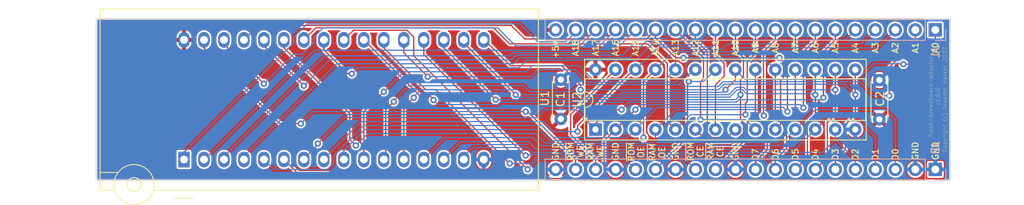
<source format=kicad_pcb>
(kicad_pcb (version 20211014) (generator pcbnew)
  (layers (0 "F.Cu" signal "Copper (Front)") (31 "B.Cu" signal "Copper (Back)") (36 "B.SilkS" user "Silkscreen (Back)") (37 "F.SilkS" user "Silkscreen (Front)") (38 "B.Mask" user "Mask (Back)") (39 "F.Mask" user "Mask (Front)") (44 "Edge.Cuts" user))
  (net 0 "")
  (net 1 "+5V")
  (net 2 "GND")
  (net 3 "/A18")
  (net 4 "/D3")
  (net 5 "/A16")
  (net 6 "/D4")
  (net 7 "/A15")
  (net 8 "/D5")
  (net 9 "/A12")
  (net 10 "/D6")
  (net 11 "/A7")
  (net 12 "/D7")
  (net 13 "/A6")
  (net 14 "/~{ROMCE}")
  (net 15 "/A5")
  (net 16 "/A10")
  (net 17 "/A4")
  (net 18 "/~{ROMOE}")
  (net 19 "/A3")
  (net 20 "/A11")
  (net 21 "/A2")
  (net 22 "/A9")
  (net 23 "/A1")
  (net 24 "/A8")
  (net 25 "/A0")
  (net 26 "/A13")
  (net 27 "/D0")
  (net 28 "/A14")
  (net 29 "/D1")
  (net 30 "/A17")
  (net 31 "/D2")
  (net 32 "/~{ROMWE}")
  (net 33 "/~{RAMCE}")
  (net 34 "/~{RAMOE}")
  (net 35 "/~{RAMWE}")
  (footprint "Capacitor_THT:C_Disc_D4.3mm_W1.9mm_P5.00mm" (layer "F.Cu") (at 163.068 60.92 90)
    (fp_text reference "C2")
    (fp_text value "C")
  )
  (footprint "Socket:DIP_Socket-32_W11.9_W12.7_W15.24_W17.78_W18.5_3M_232-1285-00-0602J" (layer "F.Cu") (at 74.685 66.04 90)
    (fp_text reference "U1")
    (fp_text value "SST39SF040")
  )
  (footprint "Capacitor_THT:C_Disc_D4.3mm_W1.9mm_P5.00mm" (layer "F.Cu") (at 122.5804 60.8692 90)
    (fp_text reference "C1")
    (fp_text value "C")
  )
  (footprint "Package_DIP:DIP-28_W7.62mm_Socket" (layer "F.Cu") (at 126.985 62.22 90)
    (fp_text reference "U2")
    (fp_text value "CY7C199")
  )
  (footprint "Connector_PinHeader_2.54mm:PinHeader_1x20_P2.54mm_Vertical" (layer "B.Cu") (at 170.175 67.31 90)
    (fp_text reference "J2")
    (fp_text value "Conn_01x20")
  )
  (footprint "Connector_PinHeader_2.54mm:PinHeader_1x20_P2.54mm_Vertical" (layer "B.Cu") (at 170.175 49.53 90)
    (fp_text reference "J1")
    (fp_text value "Conn_01x20")
  )
  (gr_line (start 63.5254 68.7324) (end 63.5254 48.0822) (layer "Edge.Cuts") (width 0.1))
  (gr_line (start 172.085 68.7324) (end 63.5254 68.7324) (layer "Edge.Cuts") (width 0.1))
  (gr_line (start 172.085 48.0822) (end 172.085 68.7324) (layer "Edge.Cuts") (width 0.1))
  (gr_line (start 172.085 48.0822) (end 63.5254 48.0822) (layer "Edge.Cuts") (width 0.1))
  (gr_text "A13" (at 137.16 51.816 90) (layer "F.SilkS") (effects (font (size 0.762 0.762) (thickness 0.127))))
  (gr_text "~{RAM}\nCE" (at 142.24 65.024 90) (layer "F.SilkS") (effects (font (size 0.762 0.762) (thickness 0.127))))
  (gr_text "D7\n" (at 147.32 65.405 90) (layer "F.SilkS") (effects (font (size 0.762 0.762) (thickness 0.127))))
  (gr_text "A2" (at 165.1 51.816 90) (layer "F.SilkS") (effects (font (size 0.762 0.762) (thickness 0.127))))
  (gr_text "~{ROM}\nCE" (at 139.7 65.024 90) (layer "F.SilkS") (effects (font (size 0.762 0.762) (thickness 0.127))))
  (gr_text "~{ROM}\nOE" (at 132.1562 65.0748 90) (layer "F.SilkS") (effects (font (size 0.762 0.762) (thickness 0.127))))
  (gr_text "D1\n" (at 162.56 65.405 90) (layer "F.SilkS") (effects (font (size 0.762 0.762) (thickness 0.127))))
  (gr_text "+5V" (at 121.92 52.0192 90) (layer "F.SilkS") (effects (font (size 0.762 0.762) (thickness 0.127))))
  (gr_text "D5" (at 152.4 65.405 90) (layer "F.SilkS") (effects (font (size 0.762 0.762) (thickness 0.127))))
  (gr_text "A0" (at 170.18 51.816 90) (layer "F.SilkS") (effects (font (size 0.762 0.762) (thickness 0.127))))
  (gr_text "A3" (at 162.56 51.816 90) (layer "F.SilkS") (effects (font (size 0.762 0.762) (thickness 0.127))))
  (gr_text "A1\n" (at 167.64 51.816 90) (layer "F.SilkS") (effects (font (size 0.762 0.762) (thickness 0.127))))
  (gr_text "A10\n" (at 144.78 51.816 90) (layer "F.SilkS") (effects (font (size 0.762 0.762) (thickness 0.127))))
  (gr_text "D3\n" (at 157.48 65.405 90) (layer "F.SilkS") (effects (font (size 0.762 0.762) (thickness 0.127))))
  (gr_text "GND" (at 121.92 65.024 90) (layer "F.SilkS") (effects (font (size 0.762 0.762) (thickness 0.127))))
  (gr_text "A8" (at 149.86 51.816 90) (layer "F.SilkS") (effects (font (size 0.762 0.762) (thickness 0.127))))
  (gr_text "D4\n" (at 154.94 65.405 90) (layer "F.SilkS") (effects (font (size 0.762 0.762) (thickness 0.127))))
  (gr_text "A15" (at 132.08 51.816 90) (layer "F.SilkS") (effects (font (size 0.762 0.762) (thickness 0.127))))
  (gr_text "~{RAM}\nOE" (at 134.8232 65.1256 90) (layer "F.SilkS") (effects (font (size 0.762 0.762) (thickness 0.127))))
  (gr_text "A11" (at 142.24 51.816 90) (layer "F.SilkS") (effects (font (size 0.762 0.762) (thickness 0.127))))
  (gr_text "A9\n" (at 147.32 51.816 90) (layer "F.SilkS") (effects (font (size 0.762 0.762) (thickness 0.127))))
  (gr_text "Copyright (c) Graeme Harker 2022" (at 171.3738 58.42 90) (layer "F.SilkS") (effects (font (size 0.508 0.508) (thickness 0.0254))))
  (gr_text "flash-breadboard-adaptor\n" (at 169.5958 58.0136 90) (layer "F.SilkS") (effects (font (size 0.508 0.508) (thickness 0.0254))))
  (gr_text "A5" (at 157.48 51.816 90) (layer "F.SilkS") (effects (font (size 0.762 0.762) (thickness 0.127))))
  (gr_text "D6\n" (at 149.86 65.405 90) (layer "F.SilkS") (effects (font (size 0.762 0.762) (thickness 0.127))))
  (gr_text "~{RAM}\nWE" (at 127 65.024 90) (layer "F.SilkS") (effects (font (size 0.762 0.762) (thickness 0.127))))
  (gr_text "A16" (at 129.54 51.816 90) (layer "F.SilkS") (effects (font (size 0.762 0.762) (thickness 0.127))))
  (gr_text "A4" (at 160.02 51.816 90) (layer "F.SilkS") (effects (font (size 0.762 0.762) (thickness 0.127))))
  (gr_text "A14" (at 134.62 51.816 90) (layer "F.SilkS") (effects (font (size 0.762 0.762) (thickness 0.127))))
  (gr_text "A18" (at 124.46 51.816 90) (layer "F.SilkS") (effects (font (size 0.762 0.762) (thickness 0.127))))
  (gr_text "GND" (at 144.78 65.024 90) (layer "F.SilkS") (effects (font (size 0.762 0.762) (thickness 0.127))))
  (gr_text "GND" (at 129.54 65.024 90) (layer "F.SilkS") (effects (font (size 0.762 0.762) (thickness 0.127))))
  (gr_text "D0\n" (at 165.1 65.405 90) (layer "F.SilkS") (effects (font (size 0.762 0.762) (thickness 0.127))))
  (gr_text "GND" (at 167.64 64.9478 90) (layer "F.SilkS") (effects (font (size 0.762 0.762) (thickness 0.127))))
  (gr_text "GND" (at 137.16 65.024 90) (layer "F.SilkS") (effects (font (size 0.762 0.762) (thickness 0.127))))
  (gr_text "A12" (at 139.7 51.816 90) (layer "F.SilkS") (effects (font (size 0.762 0.762) (thickness 0.127))))
  (gr_text "D2\n" (at 160.02 65.405 90) (layer "F.SilkS") (effects (font (size 0.762 0.762) (thickness 0.127))))
  (gr_text "A6" (at 154.94 51.816 90) (layer "F.SilkS") (effects (font (size 0.762 0.762) (thickness 0.127))))
  (gr_text "A7" (at 152.4 51.816 90) (layer "F.SilkS") (effects (font (size 0.762 0.762) (thickness 0.127))))
  (gr_text "~{ROM}\nWE" (at 124.46 65.024 90) (layer "F.SilkS") (effects (font (size 0.762 0.762) (thickness 0.127))))
  (gr_text "A17" (at 127 51.816 90) (layer "F.SilkS") (effects (font (size 0.762 0.762) (thickness 0.127))))
  (gr_text "GND" (at 170.2054 64.9478 90) (layer "F.SilkS") (effects (font (size 0.762 0.762) (thickness 0.127))))
  (gr_text "v1.0.0" (at 170.4848 58.0136 90) (layer "F.SilkS") (effects (font (size 0.508 0.508) (thickness 0.0254))))
  (segment (start 88.646 51.159844) (end 88.646 50.458156) (width 0.1524) (layer "B.Cu") (net 3))
  (segment (start 74.685 65.015) (end 74.685 65.9475) (width 0.1524) (layer "B.Cu") (net 3))
  (segment (start 119.634 51.054) (end 123.19 51.054) (width 0.1524) (layer "B.Cu") (net 3))
  (segment (start 74.685 65.120844) (end 88.646 51.159844) (width 0.1524) (layer "B.Cu") (net 3))
  (segment (start 123.19 51.054) (end 124.455 49.789) (width 0.1524) (layer "B.Cu") (net 3))
  (segment (start 90.336156 48.768) (end 117.348 48.768) (width 0.1524) (layer "B.Cu") (net 3))
  (segment (start 74.685 66.04) (end 74.685 65.120844) (width 0.1524) (layer "B.Cu") (net 3))
  (segment (start 88.646 50.458156) (end 90.336156 48.768) (width 0.1524) (layer "B.Cu") (net 3))
  (segment (start 124.455 49.789) (end 124.455 49.7837) (width 0.1524) (layer "B.Cu") (net 3))
  (segment (start 117.348 48.768) (end 119.634 51.054) (width 0.1524) (layer "B.Cu") (net 3))
  (segment (start 158.75 64.77) (end 157.475 66.045) (width 0.1524) (layer "F.Cu") (net 4))
  (segment (start 116.1795 54.102) (end 112.785 50.7075) (width 0.1524) (layer "F.Cu") (net 4))
  (segment (start 122.682 54.102) (end 116.1795 54.102) (width 0.1524) (layer "F.Cu") (net 4))
  (segment (start 125.095 56.515) (end 122.682 54.102) (width 0.1524) (layer "F.Cu") (net 4))
  (segment (start 125.095 57.15) (end 125.095 56.515) (width 0.1524) (layer "F.Cu") (net 4))
  (segment (start 158.75 61.595) (end 158.75 64.77) (width 0.1524) (layer "F.Cu") (net 4))
  (segment (start 160.02 60.325) (end 158.75 61.595) (width 0.1524) (layer "F.Cu") (net 4))
  (segment (start 157.475 66.045) (end 157.475 67.31) (width 0.1524) (layer "F.Cu") (net 4))
  (segment (start 160.02 57.785) (end 160.02 60.325) (width 0.1524) (layer "F.Cu") (net 4))
  (segment (start 160.02 57.785) (end 160.005 57.77) (width 0.1524) (layer "F.Cu") (net 4))
  (segment (start 160.005 57.77) (end 160.005 54.6) (width 0.1524) (layer "F.Cu") (net 4))
  (via (at 125.095 57.15) (size 0.8) (drill 0.4) (layers "F.Cu" "B.Cu") (net 4))
  (via (at 160.02 57.785) (size 0.8) (drill 0.4) (layers "F.Cu" "B.Cu") (net 4))
  (segment (start 142.621716 57.15) (end 143.332923 56.438793) (width 0.1524) (layer "B.Cu") (net 4))
  (segment (start 125.095 57.15) (end 142.621716 57.15) (width 0.1524) (layer "B.Cu") (net 4))
  (segment (start 143.332923 56.438793) (end 158.673793 56.438793) (width 0.1524) (layer "B.Cu") (net 4))
  (segment (start 158.673793 56.438793) (end 160.02 57.785) (width 0.1524) (layer "B.Cu") (net 4))
  (segment (start 91.23632 52.12032) (end 126.94468 52.12032) (width 0.1524) (layer "B.Cu") (net 5))
  (segment (start 77.225 66.04) (end 77.31664 66.04) (width 0.1524) (layer "B.Cu") (net 5))
  (segment (start 77.31664 66.04) (end 91.23632 52.12032) (width 0.1524) (layer "B.Cu") (net 5))
  (segment (start 126.94468 52.12032) (end 129.535 49.53) (width 0.1524) (layer "B.Cu") (net 5))
  (segment (start 157.465 57.165) (end 157.465 60.31) (width 0.1524) (layer "F.Cu") (net 6))
  (segment (start 157.465 60.31) (end 157.48 60.325) (width 0.1524) (layer "F.Cu") (net 6))
  (segment (start 156.436889 61.368111) (end 156.436889 62.645859) (width 0.1524) (layer "F.Cu") (net 6))
  (segment (start 156.464 62.67297) (end 156.464 65.781) (width 0.1524) (layer "F.Cu") (net 6))
  (segment (start 157.48 60.325) (end 156.436889 61.368111) (width 0.1524) (layer "F.Cu") (net 6))
  (segment (start 110.245 51.19) (end 110.245 50.7075) (width 0.1524) (layer "F.Cu") (net 6))
  (segment (start 157.465 54.6) (end 157.465 57.165) (width 0.1524) (layer "F.Cu") (net 6))
  (segment (start 156.436889 62.645859) (end 156.464 62.67297) (width 0.1524) (layer "F.Cu") (net 6))
  (segment (start 116.84 57.785) (end 110.245 51.19) (width 0.1524) (layer "F.Cu") (net 6))
  (segment (start 156.464 65.781) (end 154.935 67.31) (width 0.1524) (layer "F.Cu") (net 6))
  (via (at 116.84 57.785) (size 0.8) (drill 0.4) (layers "F.Cu" "B.Cu") (net 6))
  (via (at 157.465 57.165) (size 0.8) (drill 0.4) (layers "F.Cu" "B.Cu") (net 6))
  (segment (start 144.862245 56.852569) (end 145.801227 56.852569) (width 0.1524) (layer "B.Cu") (net 6))
  (segment (start 130.379627 57.785) (end 143.929812 57.785) (width 0.1524) (layer "B.Cu") (net 6))
  (segment (start 157.45 57.15) (end 157.465 57.165) (width 0.1524) (layer "B.Cu") (net 6))
  (segment (start 116.84 57.785) (end 117.17068 58.11568) (width 0.1524) (layer "B.Cu") (net 6))
  (segment (start 143.929812 57.785) (end 144.862245 56.852569) (width 0.1524) (layer "B.Cu") (net 6))
  (segment (start 117.17068 58.11568) (end 130.048946 58.11568) (width 0.1524) (layer "B.Cu") (net 6))
  (segment (start 146.098658 57.15) (end 157.45 57.15) (width 0.1524) (layer "B.Cu") (net 6))
  (segment (start 130.048946 58.11568) (end 130.379627 57.785) (width 0.1524) (layer "B.Cu") (net 6))
  (segment (start 145.801227 56.852569) (end 146.098658 57.15) (width 0.1524) (layer "B.Cu") (net 6))
  (segment (start 129.18036 52.42464) (end 132.075 49.53) (width 0.1524) (layer "B.Cu") (net 7))
  (segment (start 79.765 65.9475) (end 79.765 65.65) (width 0.1524) (layer "B.Cu") (net 7))
  (segment (start 116.078 52.832) (end 116.48536 52.42464) (width 0.1524) (layer "B.Cu") (net 7))
  (segment (start 92.583 52.832) (end 116.078 52.832) (width 0.1524) (layer "B.Cu") (net 7))
  (segment (start 116.48536 52.42464) (end 129.18036 52.42464) (width 0.1524) (layer "B.Cu") (net 7))
  (segment (start 79.765 65.65) (end 92.583 52.832) (width 0.1524) (layer "B.Cu") (net 7))
  (segment (start 154.94 59.69) (end 154.94 60.325) (width 0.1524) (layer "F.Cu") (net 8))
  (segment (start 153.924 65.781) (end 152.395 67.31) (width 0.1524) (layer "F.Cu") (net 8))
  (segment (start 153.896889 62.645859) (end 153.924 62.67297) (width 0.1524) (layer "F.Cu") (net 8))
  (segment (start 153.924 62.67297) (end 153.924 65.781) (width 0.1524) (layer "F.Cu") (net 8))
  (segment (start 154.94 60.325) (end 153.896889 61.368111) (width 0.1524) (layer "F.Cu") (net 8))
  (segment (start 154.925 59.675) (end 154.94 59.69) (width 0.1524) (layer "F.Cu") (net 8))
  (segment (start 107.705 51.825) (end 107.705 50.7075) (width 0.1524) (layer "F.Cu") (net 8))
  (segment (start 154.925 57.8) (end 154.925 59.675) (width 0.1524) (layer "F.Cu") (net 8))
  (segment (start 114.3 58.42) (end 107.705 51.825) (width 0.1524) (layer "F.Cu") (net 8))
  (segment (start 154.925 54.6) (end 154.925 57.8) (width 0.1524) (layer "F.Cu") (net 8))
  (segment (start 153.896889 61.368111) (end 153.896889 62.645859) (width 0.1524) (layer "F.Cu") (net 8))
  (via (at 114.3 58.42) (size 0.8) (drill 0.4) (layers "F.Cu" "B.Cu") (net 8))
  (via (at 154.925 57.8) (size 0.8) (drill 0.4) (layers "F.Cu" "B.Cu") (net 8))
  (segment (start 114.3 58.42) (end 130.175 58.42) (width 0.1524) (layer "B.Cu") (net 8))
  (segment (start 144.988298 57.156889) (end 145.675173 57.156889) (width 0.1524) (layer "B.Cu") (net 8))
  (segment (start 145.675173 57.156889) (end 146.176284 57.658) (width 0.1524) (layer "B.Cu") (net 8))
  (segment (start 130.175 58.42) (end 130.50568 58.08932) (width 0.1524) (layer "B.Cu") (net 8))
  (segment (start 146.176284 57.658) (end 154.783 57.658) (width 0.1524) (layer "B.Cu") (net 8))
  (segment (start 144.055867 58.08932) (end 144.988298 57.156889) (width 0.1524) (layer "B.Cu") (net 8))
  (segment (start 130.50568 58.08932) (end 144.055867 58.08932) (width 0.1524) (layer "B.Cu") (net 8))
  (segment (start 154.783 57.658) (end 154.925 57.8) (width 0.1524) (layer "B.Cu") (net 8))
  (segment (start 141.799141 63.248111) (end 141.196889 62.645859) (width 0.1524) (layer "F.Cu") (net 9))
  (segment (start 141.196889 52.296889) (end 139.695 50.795) (width 0.1524) (layer "F.Cu") (net 9))
  (segment (start 139.695 50.795) (end 139.695 49.53) (width 0.1524) (layer "F.Cu") (net 9))
  (segment (start 144.765 62.22) (end 143.736889 63.248111) (width 0.1524) (layer "F.Cu") (net 9))
  (segment (start 141.196889 62.645859) (end 141.196889 52.296889) (width 0.1524) (layer "F.Cu") (net 9))
  (segment (start 143.736889 63.248111) (end 141.799141 63.248111) (width 0.1524) (layer "F.Cu") (net 9))
  (segment (start 82.305 65.65) (end 94.107 53.848) (width 0.1524) (layer "B.Cu") (net 9))
  (segment (start 82.305 65.9475) (end 82.305 65.65) (width 0.1524) (layer "B.Cu") (net 9))
  (segment (start 94.107 53.848) (end 116.586 53.848) (width 0.1524) (layer "B.Cu") (net 9))
  (segment (start 117.348 53.086) (end 131.318 53.086) (width 0.1524) (layer "B.Cu") (net 9))
  (segment (start 131.318 53.086) (end 133.40032 51.00368) (width 0.1524) (layer "B.Cu") (net 9))
  (segment (start 133.40032 51.00368) (end 138.22132 51.00368) (width 0.1524) (layer "B.Cu") (net 9))
  (segment (start 138.22132 51.00368) (end 139.695 49.53) (width 0.1524) (layer "B.Cu") (net 9))
  (segment (start 116.586 53.848) (end 117.348 53.086) (width 0.1524) (layer "B.Cu") (net 9))
  (segment (start 149.855 66.045) (end 149.855 67.31) (width 0.1524) (layer "F.Cu") (net 10))
  (segment (start 152.4 60.325) (end 151.260489 61.464511) (width 0.1524) (layer "F.Cu") (net 10))
  (segment (start 118.032374 65.532) (end 105.165 52.664626) (width 0.1524) (layer "F.Cu") (net 10))
  (segment (start 151.260489 64.639511) (end 149.855 66.045) (width 0.1524) (layer "F.Cu") (net 10))
  (segment (start 152.385 54.6) (end 152.385 60.31) (width 0.1524) (layer "F.Cu") (net 10))
  (segment (start 152.385 60.31) (end 152.4 60.325) (width 0.1524) (layer "F.Cu") (net 10))
  (segment (start 105.165 52.664626) (end 105.165 50.7075) (width 0.1524) (layer "F.Cu") (net 10))
  (segment (start 118.11 65.532) (end 118.032374 65.532) (width 0.1524) (layer "F.Cu") (net 10))
  (segment (start 151.260489 61.464511) (end 151.260489 64.639511) (width 0.1524) (layer "F.Cu") (net 10))
  (via (at 118.11 65.532) (size 0.8) (drill 0.4) (layers "F.Cu" "B.Cu") (net 10))
  (segment (start 149.855 67.051) (end 149.855 67.31) (width 0.1524) (layer "B.Cu") (net 10))
  (segment (start 118.11 65.532) (end 118.21064 65.43136) (width 0.1524) (layer "B.Cu") (net 10))
  (segment (start 118.21064 65.43136) (end 148.23536 65.43136) (width 0.1524) (layer "B.Cu") (net 10))
  (segment (start 148.23536 65.43136) (end 149.855 67.051) (width 0.1524) (layer "B.Cu") (net 10))
  (segment (start 152.395 52.837) (end 152.395 49.53) (width 0.1524) (layer "F.Cu") (net 11))
  (segment (start 151.384 56.896) (end 151.356889 56.868889) (width 0.1524) (layer "F.Cu") (net 11))
  (segment (start 151.356889 53.875111) (end 152.395 52.837) (width 0.1524) (layer "F.Cu") (net 11))
  (segment (start 151.356889 56.868889) (end 151.356889 53.875111) (width 0.1524) (layer "F.Cu") (net 11))
  (segment (start 151.384 59.944) (end 151.384 56.896) (width 0.1524) (layer "F.Cu") (net 11))
  (via (at 151.384 59.944) (size 0.8) (drill 0.4) (layers "F.Cu" "B.Cu") (net 11))
  (segment (start 134.89932 59.38568) (end 132.065 62.22) (width 0.1524) (layer "B.Cu") (net 11))
  (segment (start 150.82568 59.38568) (end 134.89932 59.38568) (width 0.1524) (layer "B.Cu") (net 11))
  (segment (start 93.726 66.548) (end 92.964 67.31) (width 0.1524) (layer "B.Cu") (net 11))
  (segment (start 97.536 61.722) (end 93.726 65.532) (width 0.1524) (layer "B.Cu") (net 11))
  (segment (start 151.384 59.944) (end 150.82568 59.38568) (width 0.1524) (layer "B.Cu") (net 11))
  (segment (start 86.115 67.31) (end 84.845 66.04) (width 0.1524) (layer "B.Cu") (net 11))
  (segment (start 120.180813 61.722) (end 97.536 61.722) (width 0.1524) (layer "B.Cu") (net 11))
  (segment (start 93.726 65.532) (end 93.726 66.548) (width 0.1524) (layer "B.Cu") (net 11))
  (segment (start 131.036889 63.248111) (end 121.706924 63.248111) (width 0.1524) (layer "B.Cu") (net 11))
  (segment (start 92.964 67.31) (end 86.115 67.31) (width 0.1524) (layer "B.Cu") (net 11))
  (segment (start 121.706924 63.248111) (end 120.180813 61.722) (width 0.1524) (layer "B.Cu") (net 11))
  (segment (start 132.065 62.22) (end 131.036889 63.248111) (width 0.1524) (layer "B.Cu") (net 11))
  (segment (start 147.32 66.294) (end 147.32 66.889991) (width 0.1524) (layer "F.Cu") (net 12))
  (segment (start 148.816889 61.368111) (end 148.816889 64.797111) (width 0.1524) (layer "F.Cu") (net 12))
  (segment (start 147.32 67.305) (end 147.315 67.31) (width 0.1524) (layer "F.Cu") (net 12))
  (segment (start 102.625 52.46) (end 102.625 50.7075) (width 0.1524) (layer "F.Cu") (net 12))
  (segment (start 148.816889 64.797111) (end 147.32 66.294) (width 0.1524) (layer "F.Cu") (net 12))
  (segment (start 105.660916 55.495184) (end 105.660184 55.495184) (width 0.1524) (layer "F.Cu") (net 12))
  (segment (start 149.845 54.6) (end 149.845 60.31) (width 0.1524) (layer "F.Cu") (net 12))
  (segment (start 147.32 66.294) (end 147.32 67.305) (width 0.1524) (layer "F.Cu") (net 12))
  (segment (start 105.660184 55.495184) (end 102.625 52.46) (width 0.1524) (layer "F.Cu") (net 12))
  (segment (start 147.32 66.889991) (end 147.315 66.889991) (width 0.1524) (layer "F.Cu") (net 12))
  (segment (start 149.845 60.31) (end 149.86 60.325) (width 0.1524) (layer "F.Cu") (net 12))
  (segment (start 149.86 60.325) (end 148.816889 61.368111) (width 0.1524) (layer "F.Cu") (net 12))
  (via (at 105.660916 55.495184) (size 0.8) (drill 0.4) (layers "F.Cu" "B.Cu") (net 12))
  (segment (start 126.03432 56.18432) (end 137.18636 56.18432) (width 0.1524) (layer "B.Cu") (net 12))
  (segment (start 118.748816 55.495184) (end 119.634 54.61) (width 0.1524) (layer "B.Cu") (net 12))
  (segment (start 138.43 53.975) (end 138.913626 53.491374) (width 0.1524) (layer "B.Cu") (net 12))
  (segment (start 124.46 54.61) (end 126.03432 56.18432) (width 0.1524) (layer "B.Cu") (net 12))
  (segment (start 105.660916 55.495184) (end 118.748816 55.495184) (width 0.1524) (layer "B.Cu") (net 12))
  (segment (start 138.43 54.94068) (end 138.43 53.975) (width 0.1524) (layer "B.Cu") (net 12))
  (segment (start 148.736374 53.491374) (end 149.845 54.6) (width 0.1524) (layer "B.Cu") (net 12))
  (segment (start 119.634 54.61) (end 124.46 54.61) (width 0.1524) (layer "B.Cu") (net 12))
  (segment (start 138.913626 53.491374) (end 148.736374 53.491374) (width 0.1524) (layer "B.Cu") (net 12))
  (segment (start 137.18636 56.18432) (end 138.43 54.94068) (width 0.1524) (layer "B.Cu") (net 12))
  (segment (start 154.935 50.795) (end 154.935 49.53) (width 0.1524) (layer "F.Cu") (net 13))
  (segment (start 153.416 59.436) (end 153.416 52.324) (width 0.1524) (layer "F.Cu") (net 13))
  (segment (start 89.163 67.818) (end 87.385 66.04) (width 0.1524) (layer "F.Cu") (net 13))
  (segment (start 128.073111 63.671889) (end 128.073111 67.756569) (width 0.1524) (layer "F.Cu") (net 13))
  (segment (start 129.525 62.22) (end 128.073111 63.671889) (width 0.1524) (layer "F.Cu") (net 13))
  (segment (start 128.073111 67.756569) (end 127.365369 68.464311) (width 0.1524) (layer "F.Cu") (net 13))
  (segment (start 116.978311 68.464311) (end 116.332 67.818) (width 0.1524) (layer "F.Cu") (net 13))
  (segment (start 154.94 50.8) (end 154.935 50.795) (width 0.1524) (layer "F.Cu") (net 13))
  (segment (start 129.525 62.22) (end 132.055 59.69) (width 0.1524) (layer "F.Cu") (net 13))
  (segment (start 116.332 67.818) (end 89.163 67.818) (width 0.1524) (layer "F.Cu") (net 13))
  (segment (start 153.416 52.324) (end 154.94 50.8) (width 0.1524) (layer "F.Cu") (net 13))
  (segment (start 127.365369 68.464311) (end 116.978311 68.464311) (width 0.1524) (layer "F.Cu") (net 13))
  (via (at 132.055 59.69) (size 0.8) (drill 0.4) (layers "F.Cu" "B.Cu") (net 13))
  (via (at 153.416 59.436) (size 0.8) (drill 0.4) (layers "F.Cu" "B.Cu") (net 13))
  (segment (start 132.69 59.055) (end 132.055 59.69) (width 0.1524) (layer "B.Cu") (net 13))
  (segment (start 153.416 59.436) (end 153.035 59.055) (width 0.1524) (layer "B.Cu") (net 13))
  (segment (start 153.035 59.055) (end 132.69 59.055) (width 0.1524) (layer "B.Cu") (net 13))
  (segment (start 105.41 57.15) (end 100.085 51.825) (width 0.1524) (layer "F.Cu") (net 14))
  (segment (start 100.085 51.825) (end 100.085 50.8) (width 0.1524) (layer "F.Cu") (net 14))
  (segment (start 116.078 66.548) (end 106.68 57.15) (width 0.1524) (layer "F.Cu") (net 14))
  (segment (start 106.68 57.15) (end 105.41 57.15) (width 0.1524) (layer "F.Cu") (net 14))
  (via (at 116.078 66.548) (size 0.8) (drill 0.4) (layers "F.Cu" "B.Cu") (net 14))
  (segment (start 118.695626 66.548) (end 119.507946 65.73568) (width 0.1524) (layer "B.Cu") (net 14))
  (segment (start 116.078 66.548) (end 118.695626 66.548) (width 0.1524) (layer "B.Cu") (net 14))
  (segment (start 138.12068 65.73568) (end 139.695 67.31) (width 0.1524) (layer "B.Cu") (net 14))
  (segment (start 119.507946 65.73568) (end 138.12068 65.73568) (width 0.1524) (layer "B.Cu") (net 14))
  (segment (start 157.475 50.795) (end 157.475 49.53) (width 0.1524) (layer "F.Cu") (net 15))
  (segment (start 126.985 62.22) (end 126.985 61.483) (width 0.1524) (layer "F.Cu") (net 15))
  (segment (start 126.985 61.483) (end 128.778 59.69) (width 0.1524) (layer "F.Cu") (net 15))
  (segment (start 91.694 64.1785) (end 89.925 65.9475) (width 0.1524) (layer "F.Cu") (net 15))
  (segment (start 155.956 58.166) (end 155.953111 58.163111) (width 0.1524) (layer "F.Cu") (net 15))
  (segment (start 91.694 64.008) (end 91.694 64.1785) (width 0.1524) (layer "F.Cu") (net 15))
  (segment (start 128.778 59.69) (end 130.302 59.69) (width 0.1524) (layer "F.Cu") (net 15))
  (segment (start 155.953111 58.163111) (end 155.953111 52.326889) (width 0.1524) (layer "F.Cu") (net 15))
  (segment (start 155.953111 52.326889) (end 157.48 50.8) (width 0.1524) (layer "F.Cu") (net 15))
  (segment (start 157.48 50.8) (end 157.475 50.795) (width 0.1524) (layer "F.Cu") (net 15))
  (via (at 155.956 58.166) (size 0.8) (drill 0.4) (layers "F.Cu" "B.Cu") (net 15))
  (via (at 91.694 64.008) (size 0.8) (drill 0.4) (layers "F.Cu" "B.Cu") (net 15))
  (via (at 130.302 59.69) (size 0.8) (drill 0.4) (layers "F.Cu" "B.Cu") (net 15))
  (segment (start 154.663605 58.426889) (end 145.203485 58.426889) (width 0.1524) (layer "B.Cu") (net 15))
  (segment (start 145.203485 58.426889) (end 144.906054 58.72432) (width 0.1524) (layer "B.Cu") (net 15))
  (segment (start 94.996 60.706) (end 119.634 60.706) (width 0.1524) (layer "B.Cu") (net 15))
  (segment (start 91.694 64.008) (end 94.996 60.706) (width 0.1524) (layer "B.Cu") (net 15))
  (segment (start 144.906054 58.72432) (end 131.26768 58.72432) (width 0.1524) (layer "B.Cu") (net 15))
  (segment (start 155.693889 58.428111) (end 154.664827 58.428111) (width 0.1524) (layer "B.Cu") (net 15))
  (segment (start 154.664827 58.428111) (end 154.663605 58.426889) (width 0.1524) (layer "B.Cu") (net 15))
  (segment (start 119.634 60.706) (end 120.65 59.69) (width 0.1524) (layer "B.Cu") (net 15))
  (segment (start 155.956 58.166) (end 155.693889 58.428111) (width 0.1524) (layer "B.Cu") (net 15))
  (segment (start 131.26768 58.72432) (end 130.302 59.69) (width 0.1524) (layer "B.Cu") (net 15))
  (segment (start 120.65 59.69) (end 124.455 59.69) (width 0.1524) (layer "B.Cu") (net 15))
  (segment (start 124.455 59.69) (end 126.985 62.22) (width 0.1524) (layer "B.Cu") (net 15))
  (segment (start 141.605 64.135) (end 144.30397 64.135) (width 0.1524) (layer "F.Cu") (net 16))
  (segment (start 105.918 57.912) (end 104.657 57.912) (width 0.1524) (layer "F.Cu") (net 16))
  (segment (start 144.78 50.8) (end 144.775 50.795) (width 0.1524) (layer "F.Cu") (net 16))
  (segment (start 145.415 57.785) (end 145.415 55.88) (width 0.1524) (layer "F.Cu") (net 16))
  (segment (start 145.793111 62.645859) (end 145.793111 61.338111) (width 0.1524) (layer "F.Cu") (net 16))
  (segment (start 140.97 63.5) (end 141.605 64.135) (width 0.1524) (layer "F.Cu") (net 16))
  (segment (start 106.4006 58.3946) (end 105.918 57.912) (width 0.1524) (layer "F.Cu") (net 16))
  (segment (start 145.415 60.96) (end 145.415 57.785) (width 0.1524) (layer "F.Cu") (net 16))
  (segment (start 145.793111 55.501889) (end 145.793111 53.083111) (width 0.1524) (layer "F.Cu") (net 16))
  (segment (start 145.415 55.88) (end 145.793111 55.501889) (width 0.1524) (layer "F.Cu") (net 16))
  (segment (start 144.30397 64.135) (end 145.793111 62.645859) (width 0.1524) (layer "F.Cu") (net 16))
  (segment (start 145.793111 61.338111) (end 145.415 60.96) (width 0.1524) (layer "F.Cu") (net 16))
  (segment (start 144.775 50.795) (end 144.775 49.53) (width 0.1524) (layer "F.Cu") (net 16))
  (segment (start 144.78 52.07) (end 144.78 50.8) (width 0.1524) (layer "F.Cu") (net 16))
  (segment (start 106.4006 58.4708) (end 106.4006 58.3946) (width 0.1524) (layer "F.Cu") (net 16))
  (segment (start 145.793111 53.083111) (end 144.78 52.07) (width 0.1524) (layer "F.Cu") (net 16))
  (segment (start 140.965 63.5) (end 140.97 63.5) (width 0.1524) (layer "F.Cu") (net 16))
  (segment (start 139.685 62.22) (end 140.965 63.5) (width 0.1524) (layer "F.Cu") (net 16))
  (segment (start 104.657 57.912) (end 97.545 50.8) (width 0.1524) (layer "F.Cu") (net 16))
  (via (at 145.415 57.785) (size 0.8) (drill 0.4) (layers "F.Cu" "B.Cu") (net 16))
  (via (at 106.4006 58.4708) (size 0.8) (drill 0.4) (layers "F.Cu" "B.Cu") (net 16))
  (segment (start 106.4006 58.4708) (end 106.977911 59.048111) (width 0.1524) (layer "B.Cu") (net 16))
  (segment (start 144.78 58.42) (end 145.415 57.785) (width 0.1524) (layer "B.Cu") (net 16))
  (segment (start 130.605374 58.42) (end 144.78 58.42) (width 0.1524) (layer "B.Cu") (net 16))
  (segment (start 114.560173 59.048111) (end 114.858084 58.7502) (width 0.1524) (layer "B.Cu") (net 16))
  (segment (start 114.858084 58.7502) (end 130.275174 58.7502) (width 0.1524) (layer "B.Cu") (net 16))
  (segment (start 106.977911 59.048111) (end 114.560173 59.048111) (width 0.1524) (layer "B.Cu") (net 16))
  (segment (start 130.275174 58.7502) (end 130.605374 58.42) (width 0.1524) (layer "B.Cu") (net 16))
  (segment (start 131.836 54.6) (end 132.065 54.6) (width 0.1524) (layer "F.Cu") (net 17))
  (segment (start 124.714 61.722) (end 131.836 54.6) (width 0.1524) (layer "F.Cu") (net 17))
  (segment (start 124.714 62.484) (end 124.714 61.722) (width 0.1524) (layer "F.Cu") (net 17))
  (via (at 124.714 62.484) (size 0.8) (drill 0.4) (layers "F.Cu" "B.Cu") (net 17))
  (segment (start 132.065 54.6) (end 134.94964 51.71536) (width 0.1524) (layer "B.Cu") (net 17))
  (segment (start 120.396 61.214) (end 97.1985 61.214) (width 0.1524) (layer "B.Cu") (net 17))
  (segment (start 124.714 62.484) (end 121.666 62.484) (width 0.1524) (layer "B.Cu") (net 17))
  (segment (start 142.748 50.8) (end 158.745 50.8) (width 0.1524) (layer "B.Cu") (net 17))
  (segment (start 121.666 62.484) (end 120.396 61.214) (width 0.1524) (layer "B.Cu") (net 17))
  (segment (start 134.94964 51.71536) (end 141.83264 51.71536) (width 0.1524) (layer "B.Cu") (net 17))
  (segment (start 158.745 50.8) (end 160.015 49.53) (width 0.1524) (layer "B.Cu") (net 17))
  (segment (start 141.83264 51.71536) (end 142.748 50.8) (width 0.1524) (layer "B.Cu") (net 17))
  (segment (start 97.1985 61.214) (end 92.465 65.9475) (width 0.1524) (layer "B.Cu") (net 17))
  (segment (start 103.886 50.440156) (end 103.017724 49.57188) (width 0.1524) (layer "F.Cu") (net 18))
  (segment (start 118.364 67.31) (end 103.886 52.832) (width 0.1524) (layer "F.Cu") (net 18))
  (segment (start 103.017724 49.57188) (end 96.23312 49.57188) (width 0.1524) (layer "F.Cu") (net 18))
  (segment (start 103.886 52.832) (end 103.886 50.440156) (width 0.1524) (layer "F.Cu") (net 18))
  (segment (start 96.23312 49.57188) (end 95.005 50.8) (width 0.1524) (layer "F.Cu") (net 18))
  (via (at 118.364 67.31) (size 0.8) (drill 0.4) (layers "F.Cu" "B.Cu") (net 18))
  (segment (start 118.364 67.31) (end 119.634 66.04) (width 0.1524) (layer "B.Cu") (net 18))
  (segment (start 130.805 66.04) (end 132.075 67.31) (width 0.1524) (layer "B.Cu") (net 18))
  (segment (start 119.634 66.04) (end 130.805 66.04) (width 0.1524) (layer "B.Cu") (net 18))
  (segment (start 133.093111 56.111889) (end 134.605 54.6) (width 0.1524) (layer "F.Cu") (net 19))
  (segment (start 133.093111 56.111889) (end 133.093111 63.243111) (width 0.1524) (layer "F.Cu") (net 19))
  (segment (start 133.093111 63.243111) (end 133.096 63.246) (width 0.1524) (layer "F.Cu") (net 19))
  (via (at 133.096 63.246) (size 0.8) (drill 0.4) (layers "F.Cu" "B.Cu") (net 19))
  (segment (start 95.005 64.888716) (end 97.663716 62.23) (width 0.1524) (layer "B.Cu") (net 19))
  (segment (start 132.68864 63.65336) (end 133.096 63.246) (width 0.1524) (layer "B.Cu") (net 19))
  (segment (start 160.777 51.308) (end 162.555 49.53) (width 0.1524) (layer "B.Cu") (net 19))
  (segment (start 137.18532 52.01968) (end 143.05232 52.01968) (width 0.1524) (layer "B.Cu") (net 19))
  (segment (start 121.212612 63.65336) (end 132.68864 63.65336) (width 0.1524) (layer "B.Cu") (net 19))
  (segment (start 143.764 51.308) (end 160.777 51.308) (width 0.1524) (layer "B.Cu") (net 19))
  (segment (start 95.005 66.04) (end 95.005 64.888716) (width 0.1524) (layer "B.Cu") (net 19))
  (segment (start 97.663716 62.23) (end 119.789252 62.23) (width 0.1524) (layer "B.Cu") (net 19))
  (segment (start 134.605 54.6) (end 137.18532 52.01968) (width 0.1524) (layer "B.Cu") (net 19))
  (segment (start 119.789252 62.23) (end 121.212612 63.65336) (width 0.1524) (layer "B.Cu") (net 19))
  (segment (start 143.05232 52.01968) (end 143.764 51.308) (width 0.1524) (layer "B.Cu") (net 19))
  (segment (start 143.336169 55.418831) (end 142.24 56.515) (width 0.1524) (layer "F.Cu") (net 20))
  (segment (start 95.504 55.118) (end 92.465 52.079) (width 0.1524) (layer "F.Cu") (net 20))
  (segment (start 142.24 56.515) (end 142.24 59.69) (width 0.1524) (layer "F.Cu") (net 20))
  (segment (start 142.24 52.705) (end 143.336169 53.801169) (width 0.1524) (layer "F.Cu") (net 20))
  (segment (start 142.24 50.8) (end 142.24 52.705) (width 0.1524) (layer "F.Cu") (net 20))
  (segment (start 143.336169 53.801169) (end 143.336169 55.418831) (width 0.1524) (layer "F.Cu") (net 20))
  (segment (start 96.012 55.118) (end 95.504 55.118) (width 0.1524) (layer "F.Cu") (net 20))
  (segment (start 142.225 59.675) (end 142.225 62.22) (width 0.1524) (layer "F.Cu") (net 20))
  (segment (start 92.465 52.079) (end 92.465 50.8) (width 0.1524) (layer "F.Cu") (net 20))
  (segment (start 142.235 50.795) (end 142.235 49.53) (width 0.1524) (layer "F.Cu") (net 20))
  (segment (start 142.24 50.8) (end 142.235 50.795) (width 0.1524) (layer "F.Cu") (net 20))
  (via (at 96.012 55.118) (size 0.8) (drill 0.4) (layers "F.Cu" "B.Cu") (net 20))
  (segment (start 134.11056 51.41104) (end 132.13128 53.39032) (width 0.1524) (layer "B.Cu") (net 20))
  (segment (start 132.13128 53.39032) (end 118.257244 53.39032) (width 0.1524) (layer "B.Cu") (net 20))
  (segment (start 142.235 49.53) (end 140.35396 51.41104) (width 0.1524) (layer "B.Cu") (net 20))
  (segment (start 117.291564 54.356) (end 96.774 54.356) (width 0.1524) (layer "B.Cu") (net 20))
  (segment (start 118.257244 53.39032) (end 117.291564 54.356) (width 0.1524) (layer "B.Cu") (net 20))
  (segment (start 140.35396 51.41104) (end 134.11056 51.41104) (width 0.1524) (layer "B.Cu") (net 20))
  (segment (start 96.774 54.356) (end 96.012 55.118) (width 0.1524) (layer "B.Cu") (net 20))
  (segment (start 97.545 65.9475) (end 97.545 59.935) (width 0.1524) (layer "F.Cu") (net 21))
  (segment (start 97.545 59.935) (end 100.076 57.404) (width 0.1524) (layer "F.Cu") (net 21))
  (via (at 100.076 57.404) (size 0.8) (drill 0.4) (layers "F.Cu" "B.Cu") (net 21))
  (segment (start 126.66932 55.88) (end 135.865 55.88) (width 0.1524) (layer "B.Cu") (net 21))
  (segment (start 118.9355 54.102) (end 124.89132 54.102) (width 0.1524) (layer "B.Cu") (net 21))
  (segment (start 137.668 52.324) (end 144.526 52.324) (width 0.1524) (layer "B.Cu") (net 21))
  (segment (start 144.526 52.324) (end 145.034 51.816) (width 0.1524) (layer "B.Cu") (net 21))
  (segment (start 118.1735 54.864) (end 118.9355 54.102) (width 0.1524) (layer "B.Cu") (net 21))
  (segment (start 124.89132 54.102) (end 126.66932 55.88) (width 0.1524) (layer "B.Cu") (net 21))
  (segment (start 145.034 51.816) (end 162.809 51.816) (width 0.1524) (layer "B.Cu") (net 21))
  (segment (start 135.865 55.88) (end 137.145 54.6) (width 0.1524) (layer "B.Cu") (net 21))
  (segment (start 137.145 52.847) (end 137.668 52.324) (width 0.1524) (layer "B.Cu") (net 21))
  (segment (start 162.809 51.816) (end 165.095 49.53) (width 0.1524) (layer "B.Cu") (net 21))
  (segment (start 100.076 57.404) (end 102.616 54.864) (width 0.1524) (layer "B.Cu") (net 21))
  (segment (start 137.145 54.6) (end 137.145 52.847) (width 0.1524) (layer "B.Cu") (net 21))
  (segment (start 102.616 54.864) (end 118.1735 54.864) (width 0.1524) (layer "B.Cu") (net 21))
  (segment (start 137.145 62.22) (end 136.116889 61.191889) (width 0.1524) (layer "F.Cu") (net 22))
  (segment (start 146.276889 58.646889) (end 146.05 58.873778) (width 0.1524) (layer "F.Cu") (net 22))
  (segment (start 147.32 50.8) (end 147.32 52.523778) (width 0.1524) (layer "F.Cu") (net 22))
  (segment (start 147.315 50.795) (end 147.315 49.53) (width 0.1524) (layer "F.Cu") (net 22))
  (segment (start 103.152218 49.276) (end 103.143777 49.26756) (width 0.1524) (layer "F.Cu") (net 22))
  (segment (start 116.078 51.308) (end 114.046 49.276) (width 0.1524) (layer "F.Cu") (net 22))
  (segment (start 146.05 58.873778) (end 146.05 60.325) (width 0.1524) (layer "F.Cu") (net 22))
  (segment (start 91.45744 49.26756) (end 89.925 50.8) (width 0.1524) (layer "F.Cu") (net 22))
  (segment (start 103.143777 49.26756) (end 91.45744 49.26756) (width 0.1524) (layer "F.Cu") (net 22))
  (segment (start 147.32 52.523778) (end 146.276889 53.566889) (width 0.1524) (layer "F.Cu") (net 22))
  (segment (start 136.116889 61.191889) (end 136.116889 53.820889) (width 0.1524) (layer "F.Cu") (net 22))
  (segment (start 147.32 50.8) (end 147.315 50.795) (width 0.1524) (layer "F.Cu") (net 22))
  (segment (start 133.604 51.308) (end 116.078 51.308) (width 0.1524) (layer "F.Cu") (net 22))
  (segment (start 146.276889 53.566889) (end 146.276889 58.646889) (width 0.1524) (layer "F.Cu") (net 22))
  (segment (start 114.046 49.276) (end 103.152218 49.276) (width 0.1524) (layer "F.Cu") (net 22))
  (segment (start 136.116889 53.820889) (end 133.604 51.308) (width 0.1524) (layer "F.Cu") (net 22))
  (via (at 146.05 60.325) (size 0.8) (drill 0.4) (layers "F.Cu" "B.Cu") (net 22))
  (segment (start 146.043111 60.331889) (end 139.033111 60.331889) (width 0.1524) (layer "B.Cu") (net 22))
  (segment (start 146.05 60.325) (end 146.043111 60.331889) (width 0.1524) (layer "B.Cu") (net 22))
  (segment (start 139.033111 60.331889) (end 137.145 62.22) (width 0.1524) (layer "B.Cu") (net 22))
  (segment (start 100.33 59.69) (end 100.33 65.7025) (width 0.1524) (layer "F.Cu") (net 23))
  (segment (start 167.64 50.9778) (end 167.64 50.8) (width 0.1524) (layer "F.Cu") (net 23))
  (segment (start 167.64 50.8) (end 167.635 50.795) (width 0.1524) (layer "F.Cu") (net 23))
  (segment (start 101.346 58.674) (end 100.33 59.69) (width 0.1524) (layer "F.Cu") (net 23))
  (segment (start 167.635 50.795) (end 167.635 49.53) (width 0.1524) (layer "F.Cu") (net 23))
  (segment (start 164.338 57.912) (end 164.338 54.2798) (width 0.1524) (layer "F.Cu") (net 23))
  (segment (start 100.33 65.7025) (end 100.085 65.9475) (width 0.1524) (layer "F.Cu") (net 23))
  (segment (start 164.338 54.2798) (end 167.64 50.9778) (width 0.1524) (layer "F.Cu") (net 23))
  (via (at 164.338 57.912) (size 0.8) (drill 0.4) (layers "F.Cu" "B.Cu") (net 23))
  (via (at 101.346 58.674) (size 0.8) (drill 0.4) (layers "F.Cu" "B.Cu") (net 23))
  (segment (start 162.306 57.912) (end 160.528473 56.134473) (width 0.1524) (layer "B.Cu") (net 23))
  (segment (start 160.528473 56.134473) (end 143.206869 56.134473) (width 0.1524) (layer "B.Cu") (net 23))
  (segment (start 137.668 56.388) (end 139.456 54.6) (width 0.1524) (layer "B.Cu") (net 23))
  (segment (start 143.206869 56.134473) (end 142.612112 56.72923) (width 0.1524) (layer "B.Cu") (net 23))
  (segment (start 103.251 56.642) (end 117.856 56.642) (width 0.1524) (layer "B.Cu") (net 23))
  (segment (start 123.952716 57.404) (end 124.841716 56.515) (width 0.1524) (layer "B.Cu") (net 23))
  (segment (start 117.856 56.642) (end 118.618 57.404) (width 0.1524) (layer "B.Cu") (net 23))
  (segment (start 124.841716 56.515) (end 137.541 56.515) (width 0.1524) (layer "B.Cu") (net 23))
  (segment (start 139.456 54.6) (end 139.685 54.6) (width 0.1524) (layer "B.Cu") (net 23))
  (segment (start 142.612112 56.72923) (end 138.00923 56.72923) (width 0.1524) (layer "B.Cu") (net 23))
  (segment (start 101.346 58.547) (end 103.251 56.642) (width 0.1524) (layer "B.Cu") (net 23))
  (segment (start 138.00923 56.72923) (end 137.76864 56.48864) (width 0.1524) (layer "B.Cu") (net 23))
  (segment (start 164.338 57.912) (end 162.306 57.912) (width 0.1524) (layer "B.Cu") (net 23))
  (segment (start 137.76864 56.48864) (end 137.668 56.388) (width 0.1524) (layer "B.Cu") (net 23))
  (segment (start 137.541 56.515) (end 137.668 56.388) (width 0.1524) (layer "B.Cu") (net 23))
  (segment (start 118.618 57.404) (end 123.952716 57.404) (width 0.1524) (layer "B.Cu") (net 23))
  (segment (start 101.346 58.674) (end 101.346 58.547) (width 0.1524) (layer "B.Cu") (net 23))
  (segment (start 96.52 64.262) (end 95.758 63.5) (width 0.1524) (layer "F.Cu") (net 24))
  (segment (start 148.336 60.404879) (end 148.336 52.324) (width 0.1524) (layer "F.Cu") (net 24))
  (segment (start 149.86 50.8) (end 149.855 50.795) (width 0.1524) (layer "F.Cu") (net 24))
  (segment (start 149.855 50.795) (end 149.855 49.53) (width 0.1524) (layer "F.Cu") (net 24))
  (segment (start 148.336 52.324) (end 149.86 50.8) (width 0.1524) (layer "F.Cu") (net 24))
  (segment (start 95.758 60.198) (end 87.385 51.825) (width 0.1524) (layer "F.Cu") (net 24))
  (segment (start 87.385 51.825) (end 87.385 50.8) (width 0.1524) (layer "F.Cu") (net 24))
  (segment (start 148.383121 60.452) (end 148.336 60.404879) (width 0.1524) (layer "F.Cu") (net 24))
  (segment (start 95.758 63.5) (end 95.758 60.198) (width 0.1524) (layer "F.Cu") (net 24))
  (via (at 96.52 64.262) (size 0.8) (drill 0.4) (layers "F.Cu" "B.Cu") (net 24))
  (via (at 148.383121 60.452) (size 0.8) (drill 0.4) (layers "F.Cu" "B.Cu") (net 24))
  (segment (start 135.9025 60.9475) (end 135.8775 60.9475) (width 0.1524) (layer "B.Cu") (net 24))
  (segment (start 148.383121 60.452) (end 147.621121 59.69) (width 0.1524) (layer "B.Cu") (net 24))
  (segment (start 98.044 62.738) (end 119.38 62.738) (width 0.1524) (layer "B.Cu") (net 24))
  (segment (start 134.14732 63.95768) (end 134.605 63.5) (width 0.1524) (layer "B.Cu") (net 24))
  (segment (start 147.621121 59.69) (end 137.16 59.69) (width 0.1524) (layer "B.Cu") (net 24))
  (segment (start 120.59968 63.95768) (end 134.14732 63.95768) (width 0.1524) (layer "B.Cu") (net 24))
  (segment (start 96.52 64.262) (end 98.044 62.738) (width 0.1524) (layer "B.Cu") (net 24))
  (segment (start 135.8775 60.9475) (end 134.605 62.22) (width 0.1524) (layer "B.Cu") (net 24))
  (segment (start 119.38 62.738) (end 120.59968 63.95768) (width 0.1524) (layer "B.Cu") (net 24))
  (segment (start 137.16 59.69) (end 135.9025 60.9475) (width 0.1524) (layer "B.Cu") (net 24))
  (segment (start 134.605 63.5) (end 134.605 62.22) (width 0.1524) (layer "B.Cu") (net 24))
  (segment (start 144.78 54.615) (end 144.765 54.6) (width 0.1524) (layer "F.Cu") (net 25))
  (segment (start 166.116 53.8988) (end 167.0712 53.8988) (width 0.1524) (layer "F.Cu") (net 25))
  (segment (start 167.0712 53.8988) (end 170.175 50.795) (width 0.1524) (layer "F.Cu") (net 25))
  (segment (start 143.51 57.15) (end 144.78 55.88) (width 0.1524) (layer "F.Cu") (net 25))
  (segment (start 102.625 59.427) (end 102.625 65.9475) (width 0.1524) (layer "F.Cu") (net 25))
  (segment (start 103.886 58.166) (end 102.625 59.427) (width 0.1524) (layer "F.Cu") (net 25))
  (segment (start 144.78 55.88) (end 144.78 54.615) (width 0.1524) (layer "F.Cu") (net 25))
  (segment (start 170.175 50.795) (end 170.175 49.53) (width 0.1524) (layer "F.Cu") (net 25))
  (via (at 166.116 53.8988) (size 0.8) (drill 0.4) (layers "F.Cu" "B.Cu") (net 25))
  (via (at 143.51 57.15) (size 0.8) (drill 0.4) (layers "F.Cu" "B.Cu") (net 25))
  (via (at 103.886 58.166) (size 0.8) (drill 0.4) (layers "F.Cu" "B.Cu") (net 25))
  (segment (start 103.886 58.166) (end 103.886 58.0459) (width 0.1524) (layer "B.Cu") (net 25))
  (segment (start 145.995153 55.830153) (end 144.765 54.6) (width 0.1524) (layer "B.Cu") (net 25))
  (segment (start 103.886 58.0459) (end 104.775011 57.156889) (width 0.1524) (layer "B.Cu") (net 25))
  (segment (start 162.306 53.848) (end 160.323847 55.830153) (width 0.1524) (layer "B.Cu") (net 25))
  (segment (start 166.116 53.8988) (end 166.0652 53.848) (width 0.1524) (layer "B.Cu") (net 25))
  (segment (start 143.17932 57.48068) (end 143.51 57.15) (width 0.1524) (layer "B.Cu") (net 25))
  (segment (start 117.728284 57.785) (end 129.949253 57.785) (width 0.1524) (layer "B.Cu") (net 25))
  (segment (start 166.0652 53.848) (end 162.306 53.848) (width 0.1524) (layer "B.Cu") (net 25))
  (segment (start 104.775011 57.156889) (end 117.100173 57.156889) (width 0.1524) (layer "B.Cu") (net 25))
  (segment (start 130.253574 57.48068) (end 143.17932 57.48068) (width 0.1524) (layer "B.Cu") (net 25))
  (segment (start 160.323847 55.830153) (end 145.995153 55.830153) (width 0.1524) (layer "B.Cu") (net 25))
  (segment (start 117.100173 57.156889) (end 117.728284 57.785) (width 0.1524) (layer "B.Cu") (net 25))
  (segment (start 129.949253 57.785) (end 130.253574 57.48068) (width 0.1524) (layer "B.Cu") (net 25))
  (segment (start 84.845 51.571) (end 89.916 56.642) (width 0.1524) (layer "F.Cu") (net 26))
  (segment (start 140.713111 55.758778) (end 140.713111 53.088111) (width 0.1524) (layer "F.Cu") (net 26))
  (segment (start 140.335 56.136889) (end 140.713111 55.758778) (width 0.1524) (layer "F.Cu") (net 26))
  (segment (start 140.335 60.96) (end 140.335 56.136889) (width 0.1524) (layer "F.Cu") (net 26))
  (segment (start 84.845 50.8) (end 84.845 51.571) (width 0.1524) (layer "F.Cu") (net 26))
  (segment (start 140.713111 53.088111) (end 137.155 49.53) (width 0.1524) (layer "F.Cu") (net 26))
  (via (at 140.335 60.96) (size 0.8) (drill 0.4) (layers "F.Cu" "B.Cu") (net 26))
  (via (at 89.916 56.642) (size 0.8) (drill 0.4) (layers "F.Cu" "B.Cu") (net 26))
  (segment (start 132.525889 50.608111) (end 130.40504 52.72896) (width 0.1524) (layer "B.Cu") (net 26))
  (segment (start 140.335 60.96) (end 146.045 60.96) (width 0.1524) (layer "B.Cu") (net 26))
  (segment (start 130.40504 52.72896) (end 116.89272 52.72896) (width 0.1524) (layer "B.Cu") (net 26))
  (segment (start 137.155 49.53) (end 136.076889 50.608111) (width 0.1524) (layer "B.Cu") (net 26))
  (segment (start 136.076889 50.608111) (end 132.525889 50.608111) (width 0.1524) (layer "B.Cu") (net 26))
  (segment (start 93.218 53.34) (end 89.916 56.642) (width 0.1524) (layer "B.Cu") (net 26))
  (segment (start 116.28168 53.34) (end 93.218 53.34) (width 0.1524) (layer "B.Cu") (net 26))
  (segment (start 116.89272 52.72896) (end 116.28168 53.34) (width 0.1524) (layer "B.Cu") (net 26))
  (segment (start 146.045 60.96) (end 147.305 62.22) (width 0.1524) (layer "B.Cu") (net 26))
  (segment (start 165.1 66.04) (end 165.095 66.045) (width 0.1524) (layer "B.Cu") (net 27))
  (segment (start 105.165 65.9475) (end 107.8665 63.246) (width 0.1524) (layer "B.Cu") (net 27))
  (segment (start 163.83 59.69) (end 165.1 60.96) (width 0.1524) (layer "B.Cu") (net 27))
  (segment (start 150.343 64.262) (end 152.385 62.22) (width 0.1524) (layer "B.Cu") (net 27))
  (segment (start 107.8665 63.246) (end 119.021068 63.246) (width 0.1524) (layer "B.Cu") (net 27))
  (segment (start 154.915 59.69) (end 163.83 59.69) (width 0.1524) (layer "B.Cu") (net 27))
  (segment (start 152.385 62.22) (end 154.915 59.69) (width 0.1524) (layer "B.Cu") (net 27))
  (segment (start 120.037068 64.262) (end 150.343 64.262) (width 0.1524) (layer "B.Cu") (net 27))
  (segment (start 165.095 66.045) (end 165.095 67.31) (width 0.1524) (layer "B.Cu") (net 27))
  (segment (start 165.1 60.96) (end 165.1 66.04) (width 0.1524) (layer "B.Cu") (net 27))
  (segment (start 119.021068 63.246) (end 120.037068 64.262) (width 0.1524) (layer "B.Cu") (net 27))
  (segment (start 84.14176 48.96324) (end 82.305 50.8) (width 0.1524) (layer "F.Cu") (net 28))
  (segment (start 150.501889 56.000111) (end 150.876 55.626) (width 0.1524) (layer "F.Cu") (net 28))
  (segment (start 133.460689 50.684311) (end 117.994311 50.684311) (width 0.1524) (layer "F.Cu") (net 28))
  (segment (start 117.994311 50.684311) (end 116.27324 48.96324) (width 0.1524) (layer "F.Cu") (net 28))
  (segment (start 149.845 62.22) (end 150.501889 61.563111) (width 0.1524) (layer "F.Cu") (net 28))
  (segment (start 134.615 49.53) (end 133.460689 50.684311) (width 0.1524) (layer "F.Cu") (net 28))
  (segment (start 134.615 50.541) (end 134.615 49.53) (width 0.1524) (layer "F.Cu") (net 28))
  (segment (start 150.501889 61.563111) (end 150.501889 56.000111) (width 0.1524) (layer "F.Cu") (net 28))
  (segment (start 134.615 50.541) (end 137.16 53.086) (width 0.1524) (layer "F.Cu") (net 28))
  (segment (start 150.876 53.594) (end 150.368 53.086) (width 0.1524) (layer "F.Cu") (net 28))
  (segment (start 116.27324 48.96324) (end 84.14176 48.96324) (width 0.1524) (layer "F.Cu") (net 28))
  (segment (start 150.876 55.626) (end 150.876 53.594) (width 0.1524) (layer "F.Cu") (net 28))
  (segment (start 137.16 53.086) (end 138.176 53.086) (width 0.1524) (layer "F.Cu") (net 28))
  (via (at 138.176 53.086) (size 0.8) (drill 0.4) (layers "F.Cu" "B.Cu") (net 28))
  (via (at 150.368 53.086) (size 0.8) (drill 0.4) (layers "F.Cu" "B.Cu") (net 28))
  (segment (start 138.176 53.086) (end 150.368 53.086) (width 0.1524) (layer "B.Cu") (net 28))
  (segment (start 154.925 62.22) (end 156.049511 61.095489) (width 0.1524) (layer "B.Cu") (net 29))
  (segment (start 118.477347 63.754) (end 109.8985 63.754) (width 0.1524) (layer "B.Cu") (net 29))
  (segment (start 152.375 64.77) (end 119.493347 64.77) (width 0.1524) (layer "B.Cu") (net 29))
  (segment (start 162.56 67.305) (end 162.555 67.31) (width 0.1524) (layer "B.Cu") (net 29))
  (segment (start 162.56 63.213267) (end 162.56 67.305) (width 0.1524) (layer "B.Cu") (net 29))
  (segment (start 160.442222 61.095489) (end 162.56 63.213267) (width 0.1524) (layer "B.Cu") (net 29))
  (segment (start 119.493347 64.77) (end 118.477347 63.754) (width 0.1524) (layer "B.Cu") (net 29))
  (segment (start 109.8985 63.754) (end 107.705 65.9475) (width 0.1524) (layer "B.Cu") (net 29))
  (segment (start 156.049511 61.095489) (end 160.442222 61.095489) (width 0.1524) (layer "B.Cu") (net 29))
  (segment (start 154.925 62.22) (end 152.375 64.77) (width 0.1524) (layer "B.Cu") (net 29))
  (segment (start 79.765 51.317) (end 84.836 56.388) (width 0.1524) (layer "F.Cu") (net 30))
  (segment (start 79.765 50.8) (end 79.765 51.317) (width 0.1524) (layer "F.Cu") (net 30))
  (via (at 84.836 56.388) (size 0.8) (drill 0.4) (layers "F.Cu" "B.Cu") (net 30))
  (segment (start 114.554 49.276) (end 116.84 51.562) (width 0.1524) (layer "B.Cu") (net 30))
  (segment (start 92.368156 49.276) (end 114.554 49.276) (width 0.1524) (layer "B.Cu") (net 30))
  (segment (start 124.963 51.562) (end 126.995 49.53) (width 0.1524) (layer "B.Cu") (net 30))
  (segment (start 89.717524 52.62832) (end 91.186 51.159844) (width 0.1524) (layer "B.Cu") (net 30))
  (segment (start 91.186 50.458156) (end 92.368156 49.276) (width 0.1524) (layer "B.Cu") (net 30))
  (segment (start 84.836 56.388) (end 88.59568 52.62832) (width 0.1524) (layer "B.Cu") (net 30))
  (segment (start 88.59568 52.62832) (end 89.717524 52.62832) (width 0.1524) (layer "B.Cu") (net 30))
  (segment (start 91.186 51.159844) (end 91.186 50.458156) (width 0.1524) (layer "B.Cu") (net 30))
  (segment (start 116.84 51.562) (end 124.963 51.562) (width 0.1524) (layer "B.Cu") (net 30))
  (segment (start 160.015 66.045) (end 160.015 67.31) (width 0.1524) (layer "B.Cu") (net 31))
  (segment (start 111.379 64.516) (end 118.364 64.516) (width 0.1524) (layer "B.Cu") (net 31))
  (segment (start 110.245 65.65) (end 111.379 64.516) (width 0.1524) (layer "B.Cu") (net 31))
  (segment (start 157.465 63.515) (end 157.465 63.485) (width 0.1524) (layer "B.Cu") (net 31))
  (segment (start 118.97504 65.12704) (end 155.85296 65.12704) (width 0.1524) (layer "B.Cu") (net 31))
  (segment (start 160.02 66.04) (end 160.015 66.045) (width 0.1524) (layer "B.Cu") (net 31))
  (segment (start 157.465 63.485) (end 160.02 66.04) (width 0.1524) (layer "B.Cu") (net 31))
  (segment (start 118.364 64.516) (end 118.97504 65.12704) (width 0.1524) (layer "B.Cu") (net 31))
  (segment (start 155.85296 65.12704) (end 157.465 63.515) (width 0.1524) (layer "B.Cu") (net 31))
  (segment (start 157.465 63.485) (end 157.465 62.22) (width 0.1524) (layer "B.Cu") (net 31))
  (segment (start 110.245 65.9475) (end 110.245 65.65) (width 0.1524) (layer "B.Cu") (net 31))
  (segment (start 124.455 66.045) (end 124.455 67.31) (width 0.1524) (layer "F.Cu") (net 32))
  (segment (start 118.11 59.944) (end 118.364 59.944) (width 0.1524) (layer "F.Cu") (net 32))
  (segment (start 124.46 66.04) (end 124.455 66.045) (width 0.1524) (layer "F.Cu") (net 32))
  (segment (start 77.225 51.825) (end 77.225 50.7075) (width 0.1524) (layer "F.Cu") (net 32))
  (segment (start 86.868 61.468) (end 77.225 51.825) (width 0.1524) (layer "F.Cu") (net 32))
  (segment (start 118.364 59.944) (end 124.46 66.04) (width 0.1524) (layer "F.Cu") (net 32))
  (segment (start 89.662 61.468) (end 86.868 61.468) (width 0.1524) (layer "F.Cu") (net 32))
  (via (at 89.535 61.468) (size 0.8) (drill 0.4) (layers "F.Cu" "B.Cu") (net 32))
  (via (at 118.11 59.944) (size 0.8) (drill 0.4) (layers "F.Cu" "B.Cu") (net 32))
  (segment (start 91.059 59.944) (end 89.535 61.468) (width 0.1524) (layer "B.Cu") (net 32))
  (segment (start 118.11 59.944) (end 91.059 59.944) (width 0.1524) (layer "B.Cu") (net 32))
  (segment (start 146.276889 63.273111) (end 146.276889 61.368111) (width 0.1524) (layer "F.Cu") (net 33))
  (segment (start 144.695515 64.849485) (end 142.235 67.31) (width 0.1524) (layer "F.Cu") (net 33))
  (segment (start 144.78 64.77) (end 146.276889 63.273111) (width 0.1524) (layer "F.Cu") (net 33))
  (segment (start 144.700515 64.849485) (end 144.695515 64.849485) (width 0.1524) (layer "F.Cu") (net 33))
  (segment (start 147.305 60.34) (end 147.305 54.6) (width 0.1524) (layer "F.Cu") (net 33))
  (segment (start 144.700515 64.849485) (end 144.78 64.77) (width 0.1524) (layer "F.Cu") (net 33))
  (segment (start 146.276889 61.368111) (end 147.305 60.34) (width 0.1524) (layer "F.Cu") (net 33))
  (segment (start 144.775 64.77) (end 144.78 64.77) (width 0.1524) (layer "F.Cu") (net 33))
  (segment (start 138.684 62.67297) (end 138.656889 62.645859) (width 0.1524) (layer "F.Cu") (net 34))
  (segment (start 138.684 56.261) (end 138.843881 56.101119) (width 0.1524) (layer "F.Cu") (net 34))
  (segment (start 138.684 61.76703) (end 138.684 56.261) (width 0.1524) (layer "F.Cu") (net 34))
  (segment (start 138.684 63.241) (end 138.684 62.67297) (width 0.1524) (layer "F.Cu") (net 34))
  (segment (start 138.656889 62.645859) (end 138.656889 61.794141) (width 0.1524) (layer "F.Cu") (net 34))
  (segment (start 134.615 67.31) (end 138.684 63.241) (width 0.1524) (layer "F.Cu") (net 34))
  (segment (start 138.656889 61.794141) (end 138.684 61.76703) (width 0.1524) (layer "F.Cu") (net 34))
  (via (at 138.843881 56.101119) (size 0.8) (drill 0.4) (layers "F.Cu" "B.Cu") (net 34))
  (segment (start 138.843881 56.101119) (end 140.723881 56.101119) (width 0.1524) (layer "B.Cu") (net 34))
  (segment (start 140.723881 56.101119) (end 142.225 54.6) (width 0.1524) (layer "B.Cu") (net 34))
  (segment (start 126.995 66.045) (end 126.995 67.31) (width 0.1524) (layer "F.Cu") (net 35))
  (segment (start 123.825 60.3) (end 123.825 62.865) (width 0.1524) (layer "F.Cu") (net 35))
  (segment (start 129.525 54.6) (end 123.825 60.3) (width 0.1524) (layer "F.Cu") (net 35))
  (segment (start 127 66.04) (end 126.995 66.045) (width 0.1524) (layer "F.Cu") (net 35))
  (segment (start 123.825 62.865) (end 127 66.04) (width 0.1524) (layer "F.Cu") (net 35))
  (zone (net 1) (net_name "+5V") (layer "F.Cu") (connect_pads (clearance 0.1524)) (min_thickness 0.1524) (fill yes (thermal_gap 0.508) (thermal_bridge_width 0.508))
    (polygon (pts (xy 172.72 70.485) (xy 62.865 70.485) (xy 62.865 45.72) (xy 172.72 45.72)))
  )
  (zone (net 2) (net_name "GND") (layer "B.Cu") (connect_pads (clearance 0.1524)) (min_thickness 0.1524) (fill yes (thermal_gap 0.381) (thermal_bridge_width 0.508))
    (polygon (pts (xy 173.355 70.485) (xy 62.865 70.485) (xy 62.865 47.625) (xy 173.355 47.625)))
  )
)
</source>
